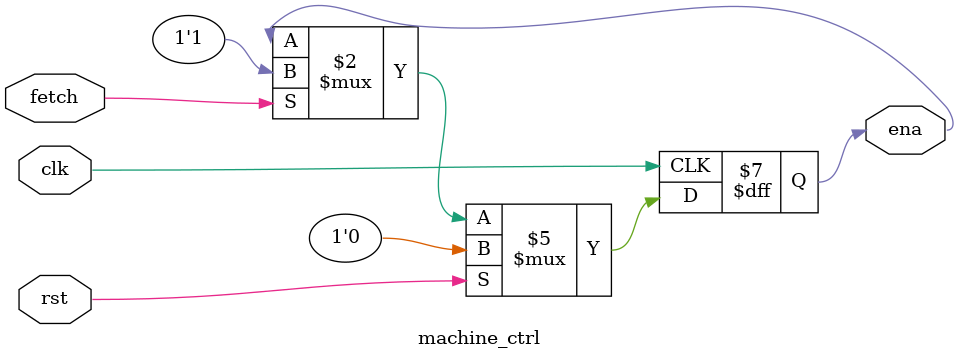
<source format=v>
`timescale 1ns/1ns

module machine_ctrl (
    input           clk     ,
    input           rst     ,
    input           fetch   ,//fetchÓÐÐ§£¬¶ÁÈ¡romÖÐµÄÖ¸Áîpc--addr
    output  reg     ena
);
    
    always @(posedge clk) begin
        if (rst) begin
            ena <= 1'b0 ; 
        end else if (fetch) begin
            ena <= 1'b1 ;//contr_ena,ÓÃÓÚÊ¹ÄÜmachineÄ£¿é
        end
    end

endmodule
</source>
